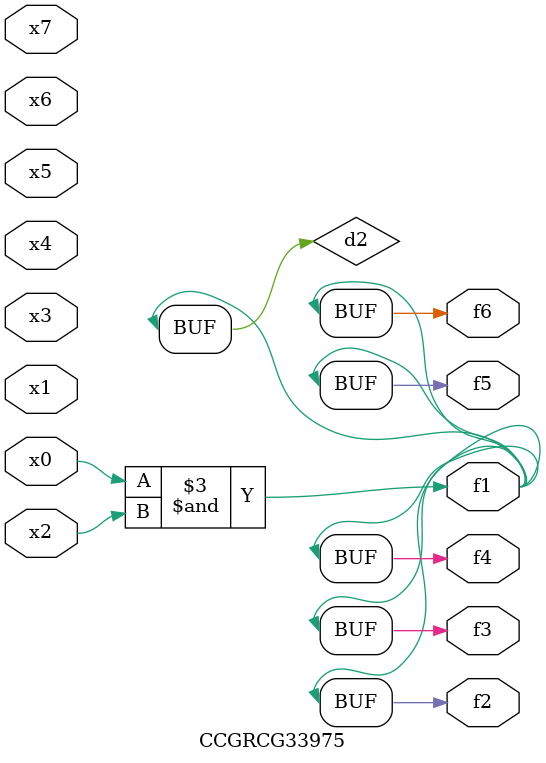
<source format=v>
module CCGRCG33975(
	input x0, x1, x2, x3, x4, x5, x6, x7,
	output f1, f2, f3, f4, f5, f6
);

	wire d1, d2;

	nor (d1, x3, x6);
	and (d2, x0, x2);
	assign f1 = d2;
	assign f2 = d2;
	assign f3 = d2;
	assign f4 = d2;
	assign f5 = d2;
	assign f6 = d2;
endmodule

</source>
